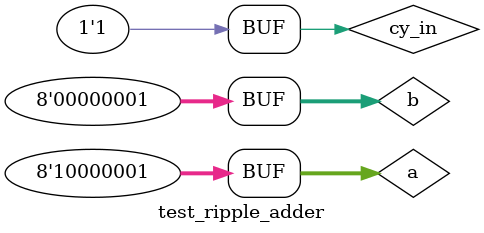
<source format=v>
`timescale 1ns / 1ps


module test_ripple_adder;

	// Inputs
	reg [7:0] a;
	reg [7:0] b;
	reg cy_in;

	// Outputs
	wire [7:0] sum;
	wire cy_out;

	// Instantiate the Unit Under Test (UUT)
	ripple_carry_adder uut (
		.a(a), 
		.b(b), 
		.cy_in(cy_in), 
		.sum(sum), 
		.cy_out(cy_out)
	);

	initial begin
		// Initialize Inputs
		a = 8'b10000001;
		b = 8'b00000001;
		cy_in = 1;

		// Wait 100 ns for global reset to finish
		#100;
        
		// Add stimulus here

	end
      
endmodule


</source>
